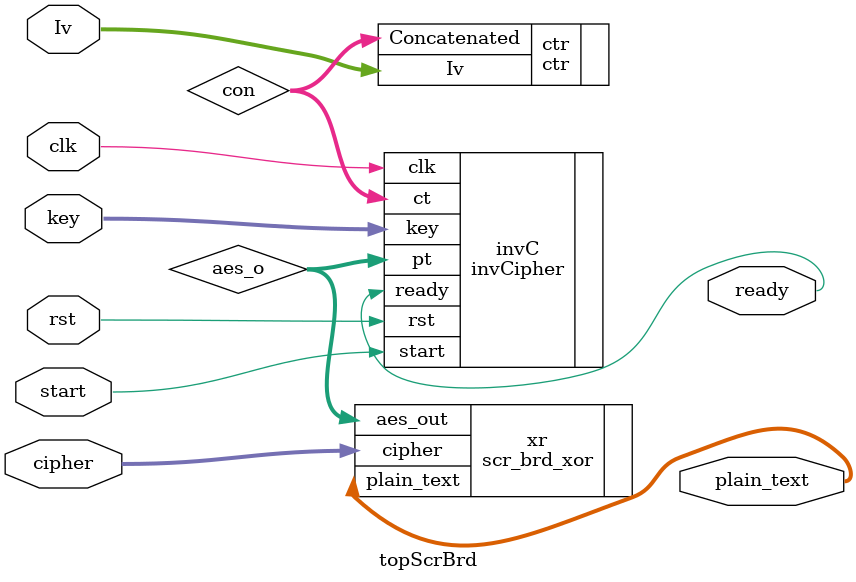
<source format=sv>
module topScrBrd(Iv,key,start,rst,clk,ready,cipher,plain_text);
parameter Nb = 4;//number of columns in the state array
parameter Nk = 4;//number of the 8-byte words comprising the cipher key
parameter Nr = 10;//number of rounds

input bit [(32*Nb)/2-1:0] Iv;
input bit [(32*Nb)-1:0] key;
input bit start;
input bit clk;
input bit rst;
input bit [32*Nb-1 : 0]cipher;

output bit ready;
output bit[32*Nb-1 : 0]plain_text;

wire [32*Nb-1:0]con;
wire [32*Nb-1:0]aes_o;

ctr ctr(.Iv(Iv),.Concatenated(con));
invCipher invC(.ct(con),.start(start),.clk(clk),.rst(rst),.key(key),.pt(aes_o),.ready(ready));
scr_brd_xor xr(.aes_out(aes_o),.cipher(cipher),.plain_text(plain_text));

endmodule : topScrBrd

</source>
